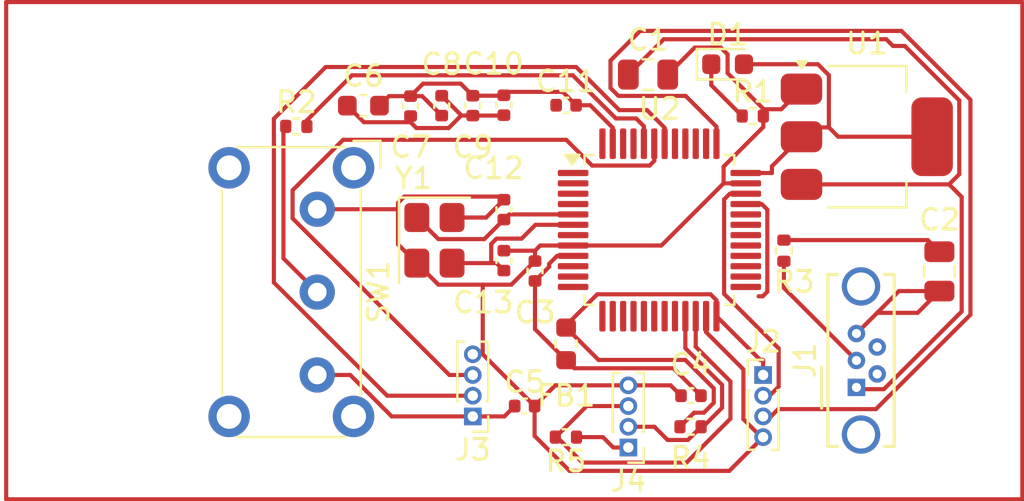
<source format=kicad_pcb>
(kicad_pcb (version 20241229) (generator "pcbnew") (generator_version "9.0")
  (layers (0 "F.Cu" signal) (2 "B.Cu" power) (13 "F.Paste" user) (15 "B.Paste" user) (5 "F.SilkS" user "F.Silkscreen") (7 "B.SilkS" user "B.Silkscreen") (1 "F.Mask" user) (3 "B.Mask" user) (25 "Edge.Cuts" user))
  (net 0 "")
  (net 1 "VBUS")
  (net 2 "GND")
  (net 3 "+3.3V")
  (net 4 "+3.3VA")
  (net 5 "/NRST")
  (net 6 "/HSE_in")
  (net 7 "/HSE_out")
  (net 8 "/pwr_led")
  (net 10 "/USB_D+")
  (net 13 "/USB_D-")
  (net 14 "/SWDIO")
  (net 15 "/SWCLK")
  (net 16 "/USART_RX")
  (net 17 "/USART_TX")
  (net 18 "/I2C_SCL")
  (net 19 "/I2C_SDA")
  (net 20 "/sw_BOOT0")
  (net 21 "/BOOT0")
  (footprint "Resistor_SMD:R_0402_1005Metric" (layer "F.Cu") (at 153.5 108)
    (property "Reference" "R4" (at 0 1.5 0) (layer "F.SilkS"))
    (property "Value" "1k5")
    (fp_line (start -0.153641 -0.38) (end 0.153641 -0.38) (stroke (width 0.12)) (layer "F.SilkS"))
    (fp_line (start -0.153641 0.38) (end 0.153641 0.38) (stroke (width 0.12)) (layer "F.SilkS"))
    (pad "1" smd roundrect (at -0.51 0) (size 0.54 0.64) (layers "F.Cu" "F.Mask" "F.Paste") (net 3 "+3.3V"))
    (pad "2" smd roundrect (at 0.51 0) (size 0.54 0.64) (layers "F.Cu" "F.Mask" "F.Paste") (net 18 "/I2C_SCL"))
  )
  (footprint "Resistor_SMD:R_0402_1005Metric" (layer "F.Cu") (at 147.49 108.5 180)
    (property "Reference" "R5" (at 0 -1.17 0) (layer "F.SilkS"))
    (property "Value" "1k5")
    (fp_line (start -0.153641 0.38) (end 0.153641 0.38) (stroke (width 0.12)) (layer "F.SilkS"))
    (fp_line (start -0.153641 -0.38) (end 0.153641 -0.38) (stroke (width 0.12)) (layer "F.SilkS"))
    (pad "1" smd roundrect (at -0.51 0 180) (size 0.54 0.64) (layers "F.Cu" "F.Mask" "F.Paste") (net 3 "+3.3V"))
    (pad "2" smd roundrect (at 0.51 0 180) (size 0.54 0.64) (layers "F.Cu" "F.Mask" "F.Paste") (net 19 "/I2C_SDA"))
  )
  (footprint "Package_TO_SOT_SMD:SOT-223-3_TabPin2" (layer "F.Cu") (at 162 94)
    (property "Reference" "U1" (at 0 -4.5 0) (layer "F.SilkS"))
    (property "Value" "AMS1117-3.3")
    (fp_line (start -1.85 -3.41) (end 1.91 -3.41) (stroke (width 0.12)) (layer "F.SilkS"))
    (fp_line (start -1.85 3.41) (end 1.91 3.41) (stroke (width 0.12)) (layer "F.SilkS"))
    (fp_line (start 1.91 -3.41) (end 1.91 -2.15) (stroke (width 0.12)) (layer "F.SilkS"))
    (fp_line (start 1.91 3.41) (end 1.91 2.15) (stroke (width 0.12)) (layer "F.SilkS"))
    (fp_poly (pts (xy -3.13 -3.31) (xy -3.37 -3.64) (xy -2.89 -3.64) (xy -3.13 -3.31)) (stroke (width 0.12)) (fill yes) (layer "F.SilkS"))
    (pad "1" smd roundrect (at -3.15 -2.3) (size 2 1.5) (layers "F.Cu" "F.Mask" "F.Paste") (net 2 "GND"))
    (pad "2" smd roundrect (at -3.15 0) (size 2 1.5) (layers "F.Cu" "F.Mask" "F.Paste") (net 3 "+3.3V"))
    (pad "2" smd roundrect (at 3.15 0) (size 2 3.8) (layers "F.Cu" "F.Mask" "F.Paste") (net 3 "+3.3V"))
    (pad "3" smd roundrect (at -3.15 2.3) (size 2 1.5) (layers "F.Cu" "F.Mask" "F.Paste") (net 1 "VBUS"))
  )
  (footprint "Connector_USB:USB_Micro-B_Wuerth_614105150721_Vertical_CircularHoles" (layer "F.Cu") (at 161.5 106.1 90)
    (property "Reference" "J1" (at 1.3 -2.48 90) (layer "F.SilkS"))
    (property "Value" "USB_OTG")
    (fp_line (start -1 -1.68) (end 1 -1.68) (stroke (width 0.15)) (layer "F.SilkS"))
    (fp_line (start 5.45 -1.38) (end 5.45 -0.905) (stroke (width 0.15)) (layer "F.SilkS"))
    (fp_line (start -2.85 -1.38) (end 5.45 -1.38) (stroke (width 0.15)) (layer "F.SilkS"))
    (fp_line (start -2.85 -0.905) (end -2.85 -1.38) (stroke (width 0.15)) (layer "F.SilkS"))
    (fp_line (start -2.85 1.345) (end -2.85 1.82) (stroke (width 0.15)) (layer "F.SilkS"))
    (fp_line (start 5.45 1.82) (end 5.45 1.345) (stroke (width 0.15)) (layer "F.SilkS"))
    (fp_line (start -2.85 1.82) (end 5.45 1.82) (stroke (width 0.15)) (layer "F.SilkS"))
    (pad "1" thru_hole rect (at 0 0 90) (size 0.84 0.84) (drill 0.44) (layers "*.Cu" "*.Mask") (net 1 "VBUS"))
    (pad "2" thru_hole circle (at 0.65 1 90) (size 0.84 0.84) (drill 0.44) (layers "*.Cu" "*.Mask") (net 13 "/USB_D-"))
    (pad "3" thru_hole circle (at 1.3 0 90) (size 0.84 0.84) (drill 0.44) (layers "*.Cu" "*.Mask") (net 10 "/USB_D+"))
    (pad "4" thru_hole circle (at 1.95 1 90) (size 0.84 0.84) (drill 0.44) (layers "*.Cu" "*.Mask"))
    (pad "5" thru_hole circle (at 2.6 0 90) (size 0.84 0.84) (drill 0.44) (layers "*.Cu" "*.Mask") (net 2 "GND"))
    (pad "6" thru_hole circle (at -2.275 0.22 90) (size 1.85 1.85) (drill 1.35) (layers "*.Cu" "*.Mask"))
    (pad "6" thru_hole circle (at 4.875 0.22 90) (size 1.85 1.85) (drill 1.35) (layers "*.Cu" "*.Mask"))
  )
  (footprint "Capacitor_SMD:C_0402_1005Metric" (layer "F.Cu") (at 144.5 97.52 90)
    (property "Reference" "C12" (at 2 -0.5 180) (layer "F.SilkS"))
    (property "Value" "10p")
    (fp_line (start -0.107836 -0.36) (end 0.107836 -0.36) (stroke (width 0.12)) (layer "F.SilkS"))
    (fp_line (start -0.107836 0.36) (end 0.107836 0.36) (stroke (width 0.12)) (layer "F.SilkS"))
    (pad "1" smd roundrect (at -0.48 0 90) (size 0.56 0.62) (layers "F.Cu" "F.Mask" "F.Paste") (net 6 "/HSE_in"))
    (pad "2" smd roundrect (at 0.48 0 90) (size 0.56 0.62) (layers "F.Cu" "F.Mask" "F.Paste") (net 2 "GND"))
  )
  (footprint "Capacitor_SMD:C_0402_1005Metric" (layer "F.Cu") (at 147.5 92.48)
    (property "Reference" "C11" (at 0 -1.16 0) (layer "F.SilkS"))
    (property "Value" "100n")
    (fp_line (start -0.107836 -0.36) (end 0.107836 -0.36) (stroke (width 0.12)) (layer "F.SilkS"))
    (fp_line (start -0.107836 0.36) (end 0.107836 0.36) (stroke (width 0.12)) (layer "F.SilkS"))
    (pad "1" smd roundrect (at -0.48 0) (size 0.56 0.62) (layers "F.Cu" "F.Mask" "F.Paste") (net 5 "/NRST"))
    (pad "2" smd roundrect (at 0.48 0) (size 0.56 0.62) (layers "F.Cu" "F.Mask" "F.Paste") (net 2 "GND"))
  )
  (footprint "Capacitor_SMD:C_0402_1005Metric" (layer "F.Cu") (at 140 92.52 90)
    (property "Reference" "C7" (at -1.98 0 180) (layer "F.SilkS"))
    (property "Value" "100n")
    (fp_line (start -0.107836 -0.36) (end 0.107836 -0.36) (stroke (width 0.12)) (layer "F.SilkS"))
    (fp_line (start -0.107836 0.36) (end 0.107836 0.36) (stroke (width 0.12)) (layer "F.SilkS"))
    (pad "1" smd roundrect (at -0.48 0 90) (size 0.56 0.62) (layers "F.Cu" "F.Mask" "F.Paste") (net 3 "+3.3V"))
    (pad "2" smd roundrect (at 0.48 0 90) (size 0.56 0.62) (layers "F.Cu" "F.Mask" "F.Paste") (net 2 "GND"))
  )
  (footprint "Capacitor_SMD:C_0805_2012Metric" (layer "F.Cu") (at 165.5 100.5 -90)
    (property "Reference" "C2" (at -2.5 0 0) (layer "F.SilkS"))
    (property "Value" "22u")
    (fp_line (start -0.261252 0.735) (end 0.261252 0.735) (stroke (width 0.12)) (layer "F.SilkS"))
    (fp_line (start -0.261252 -0.735) (end 0.261252 -0.735) (stroke (width 0.12)) (layer "F.SilkS"))
    (pad "1" smd roundrect (at -0.95 0 270) (size 1 1.45) (layers "F.Cu" "F.Mask" "F.Paste") (net 3 "+3.3V"))
    (pad "2" smd roundrect (at 0.95 0 270) (size 1 1.45) (layers "F.Cu" "F.Mask" "F.Paste") (net 2 "GND"))
  )
  (footprint "Package_QFP:LQFP-48_7x7mm_P0.5mm" (layer "F.Cu") (at 152 98.5)
    (property "Reference" "U2" (at 0 -5.85 0) (layer "F.SilkS"))
    (property "Value" "STM32F103C8T6")
    (fp_line (start -3.61 -3.61) (end -3.61 -3.16) (stroke (width 0.12)) (layer "F.SilkS"))
    (fp_line (start -3.61 3.61) (end -3.61 3.16) (stroke (width 0.12)) (layer "F.SilkS"))
    (fp_line (start -3.16 -3.61) (end -3.61 -3.61) (stroke (width 0.12)) (layer "F.SilkS"))
    (fp_line (start -3.16 3.61) (end -3.61 3.61) (stroke (width 0.12)) (layer "F.SilkS"))
    (fp_line (start 3.16 -3.61) (end 3.61 -3.61) (stroke (width 0.12)) (layer "F.SilkS"))
    (fp_line (start 3.16 3.61) (end 3.61 3.61) (stroke (width 0.12)) (layer "F.SilkS"))
    (fp_line (start 3.61 -3.61) (end 3.61 -3.16) (stroke (width 0.12)) (layer "F.SilkS"))
    (fp_line (start 3.61 3.61) (end 3.61 3.16) (stroke (width 0.12)) (layer "F.SilkS"))
    (fp_poly (pts (xy -4.2 -3.16) (xy -4.54 -3.63) (xy -3.86 -3.63)) (stroke (width 0.12)) (fill yes) (layer "F.SilkS"))
    (pad "1" smd roundrect (at -4.1625 -2.75) (size 1.475 0.3) (layers "F.Cu" "F.Mask" "F.Paste") (net 3 "+3.3V"))
    (pad "2" smd roundrect (at -4.1625 -2.25) (size 1.475 0.3) (layers "F.Cu" "F.Mask" "F.Paste"))
    (pad "3" smd roundrect (at -4.1625 -1.75) (size 1.475 0.3) (layers "F.Cu" "F.Mask" "F.Paste"))
    (pad "4" smd roundrect (at -4.1625 -1.25) (size 1.475 0.3) (layers "F.Cu" "F.Mask" "F.Paste"))
    (pad "5" smd roundrect (at -4.1625 -0.75) (size 1.475 0.3) (layers "F.Cu" "F.Mask" "F.Paste") (net 6 "/HSE_in"))
    (pad "6" smd roundrect (at -4.1625 -0.25) (size 1.475 0.3) (layers "F.Cu" "F.Mask" "F.Paste") (net 7 "/HSE_out"))
    (pad "7" smd roundrect (at -4.1625 0.25) (size 1.475 0.3) (layers "F.Cu" "F.Mask" "F.Paste") (net 5 "/NRST"))
    (pad "8" smd roundrect (at -4.1625 0.75) (size 1.475 0.3) (layers "F.Cu" "F.Mask" "F.Paste") (net 2 "GND"))
    (pad "9" smd roundrect (at -4.1625 1.25) (size 1.475 0.3) (layers "F.Cu" "F.Mask" "F.Paste") (net 4 "+3.3VA"))
    (pad "10" smd roundrect (at -4.1625 1.75) (size 1.475 0.3) (layers "F.Cu" "F.Mask" "F.Paste"))
    (pad "11" smd roundrect (at -4.1625 2.25) (size 1.475 0.3) (layers "F.Cu" "F.Mask" "F.Paste"))
    (pad "12" smd roundrect (at -4.1625 2.75) (size 1.475 0.3) (layers "F.Cu" "F.Mask" "F.Paste"))
    (pad "13" smd roundrect (at -2.75 4.1625) (size 0.3 1.475) (layers "F.Cu" "F.Mask" "F.Paste"))
    (pad "14" smd roundrect (at -2.25 4.1625) (size 0.3 1.475) (layers "F.Cu" "F.Mask" "F.Paste"))
    (pad "15" smd roundrect (at -1.75 4.1625) (size 0.3 1.475) (layers "F.Cu" "F.Mask" "F.Paste"))
    (pad "16" smd roundrect (at -1.25 4.1625) (size 0.3 1.475) (layers "F.Cu" "F.Mask" "F.Paste"))
    (pad "17" smd roundrect (at -0.75 4.1625) (size 0.3 1.475) (layers "F.Cu" "F.Mask" "F.Paste"))
    (pad "18" smd roundrect (at -0.25 4.1625) (size 0.3 1.475) (layers "F.Cu" "F.Mask" "F.Paste"))
    (pad "19" smd roundrect (at 0.25 4.1625) (size 0.3 1.475) (layers "F.Cu" "F.Mask" "F.Paste"))
    (pad "20" smd roundrect (at 0.75 4.1625) (size 0.3 1.475) (layers "F.Cu" "F.Mask" "F.Paste"))
    (pad "21" smd roundrect (at 1.25 4.1625) (size 0.3 1.475) (layers "F.Cu" "F.Mask" "F.Paste") (net 18 "/I2C_SCL"))
    (pad "22" smd roundrect (at 1.75 4.1625) (size 0.3 1.475) (layers "F.Cu" "F.Mask" "F.Paste") (net 19 "/I2C_SDA"))
    (pad "23" smd roundrect (at 2.25 4.1625) (size 0.3 1.475) (layers "F.Cu" "F.Mask" "F.Paste") (net 2 "GND"))
    (pad "24" smd roundrect (at 2.75 4.1625) (size 0.3 1.475) (layers "F.Cu" "F.Mask" "F.Paste") (net 3 "+3.3V"))
    (pad "25" smd roundrect (at 4.1625 2.75) (size 1.475 0.3) (layers "F.Cu" "F.Mask" "F.Paste"))
    (pad "26" smd roundrect (at 4.1625 2.25) (size 1.475 0.3) (layers "F.Cu" "F.Mask" "F.Paste"))
    (pad "27" smd roundrect (at 4.1625 1.75) (size 1.475 0.3) (layers "F.Cu" "F.Mask" "F.Paste"))
    (pad "28" smd roundrect (at 4.1625 1.25) (size 1.475 0.3) (layers "F.Cu" "F.Mask" "F.Paste"))
    (pad "29" smd roundrect (at 4.1625 0.75) (size 1.475 0.3) (layers "F.Cu" "F.Mask" "F.Paste"))
    (pad "30" smd roundrect (at 4.1625 0.25) (size 1.475 0.3) (layers "F.Cu" "F.Mask" "F.Paste"))
    (pad "31" smd roundrect (at 4.1625 -0.25) (size 1.475 0.3) (layers "F.Cu" "F.Mask" "F.Paste"))
    (pad "32" smd roundrect (at 4.1625 -0.75) (size 1.475 0.3) (layers "F.Cu" "F.Mask" "F.Paste") (net 13 "/USB_D-"))
    (pad "33" smd roundrect (at 4.1625 -1.25) (size 1.475 0.3) (layers "F.Cu" "F.Mask" "F.Paste") (net 10 "/USB_D+"))
    (pad "34" smd roundrect (at 4.1625 -1.75) (size 1.475 0.3) (layers "F.Cu" "F.Mask" "F.Paste") (net 14 "/SWDIO"))
    (pad "35" smd roundrect (at 4.1625 -2.25) (size 1.475 0.3) (layers "F.Cu" "F.Mask" "F.Paste") (net 2 "GND"))
    (pad "36" smd roundrect (at 4.1625 -2.75) (size 1.475 0.3) (layers "F.Cu" "F.Mask" "F.Paste") (net 3 "+3.3V"))
    (pad "37" smd roundrect (at 2.75 -4.1625) (size 0.3 1.475) (layers "F.Cu" "F.Mask" "F.Paste") (net 15 "/SWCLK"))
    (pad "38" smd roundrect (at 2.25 -4.1625) (size 0.3 1.475) (layers "F.Cu" "F.Mask" "F.Paste"))
    (pad "39" smd roundrect (at 1.75 -4.1625) (size 0.3 1.475) (layers "F.Cu" "F.Mask" "F.Paste"))
    (pad "40" smd roundrect (at 1.25 -4.1625) (size 0.3 1.475) (layers "F.Cu" "F.Mask" "F.Paste"))
    (pad "41" smd roundrect (at 0.75 -4.1625) (size 0.3 1.475) (layers "F.Cu" "F.Mask" "F.Paste"))
    (pad "42" smd roundrect (at 0.25 -4.1625) (size 0.3 1.475) (layers "F.Cu" "F.Mask" "F.Paste") (net 17 "/USART_TX"))
    (pad "43" smd roundrect (at -0.25 -4.1625) (size 0.3 1.475) (layers "F.Cu" "F.Mask" "F.Paste") (net 16 "/USART_RX"))
    (pad "44" smd roundrect (at -0.75 -4.1625) (size 0.3 1.475) (layers "F.Cu" "F.Mask" "F.Paste") (net 21 "/BOOT0"))
    (pad "45" smd roundrect (at -1.25 -4.1625) (size 0.3 1.475) (layers "F.Cu" "F.Mask" "F.Paste"))
    (pad "46" smd roundrect (at -1.75 -4.1625) (size 0.3 1.475) (layers "F.Cu" "F.Mask" "F.Paste"))
    (pad "47" smd roundrect (at -2.25 -4.1625) (size 0.3 1.475) (layers "F.Cu" "F.Mask" "F.Paste") (net 2 "GND"))
    (pad "48" smd roundrect (at -2.75 -4.1625) (size 0.3 1.475) (layers "F.Cu" "F.Mask" "F.Paste") (net 3 "+3.3V"))
  )
  (footprint "Resistor_SMD:R_0402_1005Metric" (layer "F.Cu") (at 158 99.5 -90)
    (property "Reference" "R3" (at 1.5 -0.5 180) (layer "F.SilkS"))
    (property "Value" "1k5")
    (fp_line (start -0.153641 0.38) (end 0.153641 0.38) (stroke (width 0.12)) (layer "F.SilkS"))
    (fp_line (start -0.153641 -0.38) (end 0.153641 -0.38) (stroke (width 0.12)) (layer "F.SilkS"))
    (pad "1" smd roundrect (at -0.51 0 270) (size 0.54 0.64) (layers "F.Cu" "F.Mask" "F.Paste") (net 3 "+3.3V"))
    (pad "2" smd roundrect (at 0.51 0 270) (size 0.54 0.64) (layers "F.Cu" "F.Mask" "F.Paste") (net 10 "/USB_D+"))
  )
  (footprint "Capacitor_SMD:C_0402_1005Metric" (layer "F.Cu") (at 146 100.48 90)
    (property "Reference" "C3" (at -2 0 180) (layer "F.SilkS"))
    (property "Value" "1u")
    (fp_line (start -0.107836 -0.36) (end 0.107836 -0.36) (stroke (width 0.12)) (layer "F.SilkS"))
    (fp_line (start -0.107836 0.36) (end 0.107836 0.36) (stroke (width 0.12)) (layer "F.SilkS"))
    (pad "1" smd roundrect (at -0.48 0 90) (size 0.56 0.62) (layers "F.Cu" "F.Mask" "F.Paste") (net 4 "+3.3VA"))
    (pad "2" smd roundrect (at 0.48 0 90) (size 0.56 0.62) (layers "F.Cu" "F.Mask" "F.Paste") (net 2 "GND"))
  )
  (footprint "Connector_PinHeader_1.00mm:PinHeader_1x04_P1.00mm_Vertical" (layer "F.Cu") (at 157 105.5)
    (property "Reference" "J2" (at 0 -1.61 0) (layer "F.SilkS"))
    (property "Value" "Conn_01x04_Pin")
    (fp_line (start -0.745 -0.735) (end 0 -0.735) (stroke (width 0.12)) (layer "F.SilkS"))
    (fp_line (start -0.745 0) (end -0.745 -0.735) (stroke (width 0.12)) (layer "F.SilkS"))
    (fp_line (start -0.745 0.735) (end -0.745 3.61) (stroke (width 0.12)) (layer "F.SilkS"))
    (fp_line (start -0.745 0.735) (end -0.685565 0.735) (stroke (width 0.12)) (layer "F.SilkS"))
    (fp_line (start -0.745 3.61) (end -0.41003 3.61) (stroke (width 0.12)) (layer "F.SilkS"))
    (fp_line (start 0.41003 3.61) (end 0.745 3.61) (stroke (width 0.12)) (layer "F.SilkS"))
    (fp_line (start 0.685565 0.735) (end 0.745 0.735) (stroke (width 0.12)) (layer "F.SilkS"))
    (fp_line (start 0.745 0.735) (end 0.745 3.61) (stroke (width 0.12)) (layer "F.SilkS"))
    (pad "1" thru_hole rect (at 0 0) (size 0.85 0.85) (drill 0.5) (layers "*.Cu" "*.Mask") (net 3 "+3.3V"))
    (pad "2" thru_hole circle (at 0 1) (size 0.85 0.85) (drill 0.5) (layers "*.Cu" "*.Mask") (net 14 "/SWDIO"))
    (pad "3" thru_hole circle (at 0 2) (size 0.85 0.85) (drill 0.5) (layers "*.Cu" "*.Mask") (net 15 "/SWCLK"))
    (pad "4" thru_hole circle (at 0 3) (size 0.85 0.85) (drill 0.5) (layers "*.Cu" "*.Mask") (net 2 "GND"))
  )
  (footprint "Inductor_SMD:L_0603_1608Metric" (layer "F.Cu") (at 147.5 104 90)
    (property "Reference" "FB1" (at -2.5 0 180) (layer "F.SilkS"))
    (property "Value" "120R")
    (fp_line (start -0.162779 -0.51) (end 0.162779 -0.51) (stroke (width 0.12)) (layer "F.SilkS"))
    (fp_line (start -0.162779 0.51) (end 0.162779 0.51) (stroke (width 0.12)) (layer "F.SilkS"))
    (pad "1" smd roundrect (at -0.7875 0 90) (size 0.875 0.95) (layers "F.Cu" "F.Mask" "F.Paste") (net 4 "+3.3VA"))
    (pad "2" smd roundrect (at 0.7875 0 90) (size 0.875 0.95) (layers "F.Cu" "F.Mask" "F.Paste") (net 3 "+3.3V"))
  )
  (footprint "Capacitor_SMD:C_0805_2012Metric" (layer "F.Cu") (at 151.45 91)
    (property "Reference" "C1" (at 0 -1.68 0) (layer "F.SilkS"))
    (property "Value" "22u")
    (fp_line (start -0.261252 -0.735) (end 0.261252 -0.735) (stroke (width 0.12)) (layer "F.SilkS"))
    (fp_line (start -0.261252 0.735) (end 0.261252 0.735) (stroke (width 0.12)) (layer "F.SilkS"))
    (pad "1" smd roundrect (at -0.95 0) (size 1 1.45) (layers "F.Cu" "F.Mask" "F.Paste") (net 1 "VBUS"))
    (pad "2" smd roundrect (at 0.95 0) (size 1 1.45) (layers "F.Cu" "F.Mask" "F.Paste") (net 2 "GND"))
  )
  (footprint "Capacitor_SMD:C_0402_1005Metric" (layer "F.Cu") (at 144.5 99.98 90)
    (property "Reference" "C13" (at -2.02 -1 180) (layer "F.SilkS"))
    (property "Value" "10p")
    (fp_line (start -0.107836 -0.36) (end 0.107836 -0.36) (stroke (width 0.12)) (layer "F.SilkS"))
    (fp_line (start -0.107836 0.36) (end 0.107836 0.36) (stroke (width 0.12)) (layer "F.SilkS"))
    (pad "1" smd roundrect (at -0.48 0 90) (size 0.56 0.62) (layers "F.Cu" "F.Mask" "F.Paste") (net 7 "/HSE_out"))
    (pad "2" smd roundrect (at 0.48 0 90) (size 0.56 0.62) (layers "F.Cu" "F.Mask" "F.Paste") (net 2 "GND"))
  )
  (footprint "Capacitor_SMD:C_0603_1608Metric" (layer "F.Cu") (at 137.725 92.5)
    (property "Reference" "C6" (at 0 -1.43 0) (layer "F.SilkS"))
    (property "Value" "10u")
    (fp_line (start -0.14058 -0.51) (end 0.14058 -0.51) (stroke (width 0.12)) (layer "F.SilkS"))
    (fp_line (start -0.14058 0.51) (end 0.14058 0.51) (stroke (width 0.12)) (layer "F.SilkS"))
    (pad "1" smd roundrect (at -0.775 0) (size 0.9 0.95) (layers "F.Cu" "F.Mask" "F.Paste") (net 3 "+3.3V"))
    (pad "2" smd roundrect (at 0.775 0) (size 0.9 0.95) (layers "F.Cu" "F.Mask" "F.Paste") (net 2 "GND"))
  )
  (footprint "LED_SMD:LED_0603_1608Metric" (layer "F.Cu") (at 155.2875 90.5)
    (property "Reference" "D1" (at 0 -1.43 0) (layer "F.SilkS"))
    (property "Value" "RED")
    (fp_line (start -1.485 -0.735) (end -1.485 0.735) (stroke (width 0.12)) (layer "F.SilkS"))
    (fp_line (start -1.485 0.735) (end 0.8 0.735) (stroke (width 0.12)) (layer "F.SilkS"))
    (fp_line (start 0.8 -0.735) (end -1.485 -0.735) (stroke (width 0.12)) (layer "F.SilkS"))
    (pad "1" smd roundrect (at -0.7875 0) (size 0.875 0.95) (layers "F.Cu" "F.Mask" "F.Paste") (net 8 "/pwr_led"))
    (pad "2" smd roundrect (at 0.7875 0) (size 0.875 0.95) (layers "F.Cu" "F.Mask" "F.Paste") (net 3 "+3.3V"))
  )
  (footprint "Resistor_SMD:R_0402_1005Metric" (layer "F.Cu") (at 156.5 93)
    (property "Reference" "R1" (at 0 -1.17 0) (layer "F.SilkS"))
    (property "Value" "1k5")
    (fp_line (start -0.153641 -0.38) (end 0.153641 -0.38) (stroke (width 0.12)) (layer "F.SilkS"))
    (fp_line (start -0.153641 0.38) (end 0.153641 0.38) (stroke (width 0.12)) (layer "F.SilkS"))
    (pad "1" smd roundrect (at -0.51 0) (size 0.54 0.64) (layers "F.Cu" "F.Mask" "F.Paste") (net 8 "/pwr_led"))
    (pad "2" smd roundrect (at 0.51 0) (size 0.54 0.64) (layers "F.Cu" "F.Mask" "F.Paste") (net 2 "GND"))
  )
  (footprint "Resistor_SMD:R_0402_1005Metric" (layer "F.Cu") (at 134.49 93.5)
    (property "Reference" "R2" (at 0 -1.17 0) (layer "F.SilkS"))
    (property "Value" "10k")
    (fp_line (start -0.153641 -0.38) (end 0.153641 -0.38) (stroke (width 0.12)) (layer "F.SilkS"))
    (fp_line (start -0.153641 0.38) (end 0.153641 0.38) (stroke (width 0.12)) (layer "F.SilkS"))
    (pad "1" smd roundrect (at -0.51 0) (size 0.54 0.64) (layers "F.Cu" "F.Mask" "F.Paste") (net 20 "/sw_BOOT0"))
    (pad "2" smd roundrect (at 0.51 0) (size 0.54 0.64) (layers "F.Cu" "F.Mask" "F.Paste") (net 21 "/BOOT0"))
  )
  (footprint "Capacitor_SMD:C_0402_1005Metric" (layer "F.Cu") (at 141.5 92.5 -90)
    (property "Reference" "C8" (at -2 0 0) (layer "F.SilkS"))
    (property "Value" "100n")
    (fp_line (start -0.107836 0.36) (end 0.107836 0.36) (stroke (width 0.12)) (layer "F.SilkS"))
    (fp_line (start -0.107836 -0.36) (end 0.107836 -0.36) (stroke (width 0.12)) (layer "F.SilkS"))
    (pad "1" smd roundrect (at -0.48 0 270) (size 0.56 0.62) (layers "F.Cu" "F.Mask" "F.Paste") (net 3 "+3.3V"))
    (pad "2" smd roundrect (at 0.48 0 270) (size 0.56 0.62) (layers "F.Cu" "F.Mask" "F.Paste") (net 2 "GND"))
  )
  (footprint "Crystal:Crystal_SMD_3225-4Pin_3.2x2.5mm" (layer "F.Cu") (at 141.15 99 -90)
    (property "Reference" "Y1" (at -3 1 180) (layer "F.SilkS"))
    (property "Value" "16Mhz")
    (fp_line (start -2.06 1.71) (end 2.06 1.71) (stroke (width 0.12)) (layer "F.SilkS"))
    (fp_line (start -2.06 -1.71) (end -2.06 1.71) (stroke (width 0.12)) (layer "F.SilkS"))
    (pad "1" smd roundrect (at -1.1 0.85 270) (size 1.4 1.2) (layers "F.Cu" "F.Mask" "F.Paste") (roundrect_rratio 0.208333) (net 6 "/HSE_in"))
    (pad "2" smd roundrect (at 1.1 0.85 270) (size 1.4 1.2) (layers "F.Cu" "F.Mask" "F.Paste") (roundrect_rratio 0.208333) (net 2 "GND"))
    (pad "3" smd roundrect (at 1.1 -0.85 270) (size 1.4 1.2) (layers "F.Cu" "F.Mask" "F.Paste") (roundrect_rratio 0.208333) (net 7 "/HSE_out"))
    (pad "4" smd roundrect (at -1.1 -0.85 270) (size 1.4 1.2) (layers "F.Cu" "F.Mask" "F.Paste") (roundrect_rratio 0.208333) (net 2 "GND"))
  )
  (footprint "Capacitor_SMD:C_0402_1005Metric" (layer "F.Cu") (at 145.5 107)
    (property "Reference" "C5" (at 0 -1.16 0) (layer "F.SilkS"))
    (property "Value" "1u")
    (fp_line (start -0.107836 -0.36) (end 0.107836 -0.36) (stroke (width 0.12)) (layer "F.SilkS"))
    (fp_line (start -0.107836 0.36) (end 0.107836 0.36) (stroke (width 0.12)) (layer "F.SilkS"))
    (pad "1" smd roundrect (at -0.48 0) (size 0.56 0.62) (layers "F.Cu" "F.Mask" "F.Paste") (net 3 "+3.3V"))
    (pad "2" smd roundrect (at 0.48 0) (size 0.56 0.62) (layers "F.Cu" "F.Mask" "F.Paste") (net 2 "GND"))
  )
  (footprint "Capacitor_SMD:C_0402_1005Metric" (layer "F.Cu") (at 143 92.5 90)
    (property "Reference" "C9" (at -2 0 180) (layer "F.SilkS"))
    (property "Value" "100n")
    (fp_line (start -0.107836 -0.36) (end 0.107836 -0.36) (stroke (width 0.12)) (layer "F.SilkS"))
    (fp_line (start -0.107836 0.36) (end 0.107836 0.36) (stroke (width 0.12)) (layer "F.SilkS"))
    (pad "1" smd roundrect (at -0.48 0 90) (size 0.56 0.62) (layers "F.Cu" "F.Mask" "F.Paste") (net 3 "+3.3V"))
    (pad "2" smd roundrect (at 0.48 0 90) (size 0.56 0.62) (layers "F.Cu" "F.Mask" "F.Paste") (net 2 "GND"))
  )
  (footprint "Connector_PinHeader_1.00mm:PinHeader_1x04_P1.00mm_Vertical" (layer "F.Cu") (at 143 107.5 180)
    (property "Reference" "J3" (at 0 -1.61 0) (layer "F.SilkS"))
    (property "Value" "Conn_01x04_Pin")
    (fp_line (start 0.745 0.735) (end 0.745 3.61) (stroke (width 0.12)) (layer "F.SilkS"))
    (fp_line (start 0.685565 0.735) (end 0.745 0.735) (stroke (width 0.12)) (layer "F.SilkS"))
    (fp_line (start 0.41003 3.61) (end 0.745 3.61) (stroke (width 0.12)) (layer "F.SilkS"))
    (fp_line (start -0.745 3.61) (end -0.41003 3.61) (stroke (width 0.12)) (layer "F.SilkS"))
    (fp_line (start -0.745 0.735) (end -0.685565 0.735) (stroke (width 0.12)) (layer "F.SilkS"))
    (fp_line (start -0.745 0.735) (end -0.745 3.61) (stroke (width 0.12)) (layer "F.SilkS"))
    (fp_line (start -0.745 0) (end -0.745 -0.735) (stroke (width 0.12)) (layer "F.SilkS"))
    (fp_line (start -0.745 -0.735) (end 0 -0.735) (stroke (width 0.12)) (layer "F.SilkS"))
    (pad "1" thru_hole rect (at 0 0 180) (size 0.85 0.85) (drill 0.5) (layers "*.Cu" "*.Mask") (net 3 "+3.3V"))
    (pad "2" thru_hole circle (at 0 1 180) (size 0.85 0.85) (drill 0.5) (layers "*.Cu" "*.Mask") (net 17 "/USART_TX"))
    (pad "3" thru_hole circle (at 0 2 180) (size 0.85 0.85) (drill 0.5) (layers "*.Cu" "*.Mask") (net 16 "/USART_RX"))
    (pad "4" thru_hole circle (at 0 3 180) (size 0.85 0.85) (drill 0.5) (layers "*.Cu" "*.Mask") (net 2 "GND"))
  )
  (footprint "Capacitor_SMD:C_0402_1005Metric" (layer "F.Cu") (at 153.52 106.5 180)
    (property "Reference" "C4" (at 0.02 1.5 0) (layer "F.SilkS"))
    (property "Value" "10n")
    (fp_line (start -0.107836 0.36) (end 0.107836 0.36) (stroke (width 0.12)) (layer "F.SilkS"))
    (fp_line (start -0.107836 -0.36) (end 0.107836 -0.36) (stroke (width 0.12)) (layer "F.SilkS"))
    (pad "1" smd roundrect (at -0.48 0 180) (size 0.56 0.62) (layers "F.Cu" "F.Mask" "F.Paste") (net 4 "+3.3VA"))
    (pad "2" smd roundrect (at 0.48 0 180) (size 0.56 0.62) (layers "F.Cu" "F.Mask" "F.Paste") (net 2 "GND"))
  )
  (footprint "Capacitor_SMD:C_0402_1005Metric" (layer "F.Cu") (at 144.5 92.48 90)
    (property "Reference" "C10" (at 2 -0.5 180) (layer "F.SilkS"))
    (property "Value" "100n")
    (fp_line (start -0.107836 -0.36) (end 0.107836 -0.36) (stroke (width 0.12)) (layer "F.SilkS"))
    (fp_line (start -0.107836 0.36) (end 0.107836 0.36) (stroke (width 0.12)) (layer "F.SilkS"))
    (pad "1" smd roundrect (at -0.48 0 90) (size 0.56 0.62) (layers "F.Cu" "F.Mask" "F.Paste") (net 3 "+3.3V"))
    (pad "2" smd roundrect (at 0.48 0 90) (size 0.56 0.62) (layers "F.Cu" "F.Mask" "F.Paste") (net 2 "GND"))
  )
  (footprint "Connector_PinHeader_1.00mm:PinHeader_1x04_P1.00mm_Vertical" (layer "F.Cu") (at 150.5 109 180)
    (property "Reference" "J4" (at 0 -1.61 0) (layer "F.SilkS"))
    (property "Value" "Conn_01x04_Pin")
    (fp_line (start 0.745 0.735) (end 0.745 3.61) (stroke (width 0.12)) (layer "F.SilkS"))
    (fp_line (start 0.685565 0.735) (end 0.745 0.735) (stroke (width 0.12)) (layer "F.SilkS"))
    (fp_line (start 0.41003 3.61) (end 0.745 3.61) (stroke (width 0.12)) (layer "F.SilkS"))
    (fp_line (start -0.745 3.61) (end -0.41003 3.61) (stroke (width 0.12)) (layer "F.SilkS"))
    (fp_line (start -0.745 0.735) (end -0.685565 0.735) (stroke (width 0.12)) (layer "F.SilkS"))
    (fp_line (start -0.745 0.735) (end -0.745 3.61) (stroke (width 0.12)) (layer "F.SilkS"))
    (fp_line (start -0.745 0) (end -0.745 -0.735) (stroke (width 0.12)) (layer "F.SilkS"))
    (fp_line (start -0.745 -0.735) (end 0 -0.735) (stroke (width 0.12)) (layer "F.SilkS"))
    (pad "1" thru_hole rect (at 0 0 180) (size 0.85 0.85) (drill 0.5) (layers "*.Cu" "*.Mask") (net 3 "+3.3V"))
    (pad "2" thru_hole circle (at 0 1 180) (size 0.85 0.85) (drill 0.5) (layers "*.Cu" "*.Mask") (net 18 "/I2C_SCL"))
    (pad "3" thru_hole circle (at 0 2 180) (size 0.85 0.85) (drill 0.5) (layers "*.Cu" "*.Mask") (net 19 "/I2C_SDA"))
    (pad "4" thru_hole circle (at 0 3 180) (size 0.85 0.85) (drill 0.5) (layers "*.Cu" "*.Mask") (net 2 "GND"))
  )
  (footprint "Button_Switch_THT:SW_E-Switch_EG1224_SPDT_Angled" (layer "F.Cu") (at 135.5 97.5 -90)
    (property "Reference" "SW1" (at 4 -2.95 90) (layer "F.SilkS"))
    (property "Value" "SW_SPDT")
    (fp_line (start 8.95 4.6) (end -0.95 4.6) (stroke (width 0.12)) (layer "F.SilkS"))
    (fp_line (start -3 3.85) (end -3 -1.35) (stroke (width 0.12)) (layer "F.SilkS"))
    (fp_line (start 11 -1.35) (end 11 3.85) (stroke (width 0.12)) (layer "F.SilkS"))
    (fp_line (start -3.3 -1.75) (end -3.3 -3.05) (stroke (width 0.12)) (layer "F.SilkS"))
    (fp_line (start -0.95 -2.1) (end 8.95 -2.1) (stroke (width 0.12)) (layer "F.SilkS"))
    (fp_line (start -3.3 -3.05) (end -2 -3.05) (stroke (width 0.12)) (layer "F.SilkS"))
    (pad "" thru_hole circle (at -2 -1.75 270) (size 2 2) (drill 1.2) (layers "*.Cu" "*.Mask"))
    (pad "" thru_hole circle (at -2 4.25 270) (size 2 2) (drill 1.2) (layers "*.Cu" "*.Mask"))
    (pad "" thru_hole circle (at 10 -1.75 270) (size 2 2) (drill 1.2) (layers "*.Cu" "*.Mask"))
    (pad "" thru_hole circle (at 10 4.25 270) (size 2 2) (drill 1.2) (layers "*.Cu" "*.Mask"))
    (pad "1" thru_hole circle (at 0 0 270) (size 1.7 1.7) (drill 0.9) (layers "*.Cu" "*.Mask") (net 2 "GND"))
    (pad "2" thru_hole circle (at 4 0 270) (size 1.7 1.7) (drill 0.9) (layers "*.Cu" "*.Mask") (net 20 "/sw_BOOT0"))
    (pad "3" thru_hole circle (at 8 0 270) (size 1.7 1.7) (drill 0.9) (layers "*.Cu" "*.Mask") (net 3 "+3.3V"))
  )
  (gr_line (start 169.5 111.5) (end 169.5 87.5) (stroke (width 0.2)) (layer "F.Cu"))
  (gr_line (start 120.5 87.5) (end 120.5 111.5) (stroke (width 0.2)) (layer "F.Cu"))
  (gr_line (start 120.5 111.5) (end 169.5 111.5) (stroke (width 0.2)) (layer "F.Cu"))
  (gr_line (start 120.5 87.5) (end 169.5 87.5) (stroke (width 0.2)) (layer "F.Cu"))
  (segment (start 165.9668 96.3) (end 158.85 96.3) (width 0.2) (layer "F.Cu") (net 1))
  (segment (start 161.5859 106.1859) (end 162.8247 106.1859) (width 0.2) (layer "F.Cu") (net 1))
  (segment (start 162.9386 89.2943) (end 163.2634 89.6191) (width 0.2) (layer "F.Cu") (net 1))
  (segment (start 166.5746 96.9078) (end 165.9668 96.3) (width 0.2) (layer "F.Cu") (net 1))
  (segment (start 161.5 106.1) (end 161.5859 106.1859) (width 0.2) (layer "F.Cu") (net 1))
  (segment (start 163.2634 89.6191) (end 163.8292 89.6191) (width 0.2) (layer "F.Cu") (net 1))
  (segment (start 166.5746 102.436) (end 166.5746 96.9078) (width 0.2) (layer "F.Cu") (net 1))
  (segment (start 166.4581 95.8087) (end 165.9668 96.3) (width 0.2) (layer "F.Cu") (net 1))
  (segment (start 163.8292 89.6191) (end 166.4581 92.248) (width 0.2) (layer "F.Cu") (net 1))
  (segment (start 162.8247 106.1859) (end 166.5746 102.436) (width 0.2) (layer "F.Cu") (net 1))
  (segment (start 152.2057 89.2943) (end 162.9386 89.2943) (width 0.2) (layer "F.Cu") (net 1))
  (segment (start 150.5 91) (end 152.2057 89.2943) (width 0.2) (layer "F.Cu") (net 1))
  (segment (start 166.4581 92.248) (end 166.4581 95.8087) (width 0.2) (layer "F.Cu") (net 1))
  (segment (start 157.0295 92.6729) (end 157.0295 92.9805) (width 0.2) (layer "F.Cu") (net 2))
  (segment (start 143 92.02) (end 144.48 92.02) (width 0.2) (layer "F.Cu") (net 2))
  (segment (start 141.3403 101.1403) (end 143.48 101.1403) (width 0.2) (layer "F.Cu") (net 2))
  (segment (start 139.3937 99.1937) (end 139.3937 97.5) (width 0.2) (layer "F.Cu") (net 2))
  (segment (start 164 101.45) (end 165.5 101.45) (width 0.2) (layer "F.Cu") (net 2))
  (segment (start 146 99.5) (end 146.25 99.25) (width 0.2) (layer "F.Cu") (net 2))
  (segment (start 146 99.5) (end 146 100) (width 0.2) (layer "F.Cu") (net 2))
  (segment (start 144.5 97.04) (end 143.64 97.9) (width 0.2) (layer "F.Cu") (net 2))
  (segment (start 147.6679 110.129) (end 145.98 108.4411) (width 0.2) (layer "F.Cu") (net 2))
  (segment (start 150.5 106) (end 146.98 106) (width 0.2) (layer "F.Cu") (net 2))
  (segment (start 140.56 92.04) (end 140 92.04) (width 0.2) (layer "F.Cu") (net 2))
  (segment (start 155.0938 96.25) (end 156.1625 96.25) (width 0.2) (layer "F.Cu") (net 2))
  (segment (start 156.9156 108.5) (end 157 108.5) (width 0.2) (layer "F.Cu") (net 2))
  (segment (start 153.704 89.696) (end 154.9598 89.696) (width 0.2) (layer "F.Cu") (net 2))
  (segment (start 152.0938 99.25) (end 147.8375 99.25) (width 0.2) (layer "F.Cu") (net 2))
  (segment (start 164.45 102.5) (end 165.5 101.45) (width 0.2) (layer "F.Cu") (net 2))
  (segment (start 140.3 100.1) (end 141.3403 101.1403) (width 0.2) (layer "F.Cu") (net 2))
  (segment (start 155.0938 96.25) (end 152.0938 99.25) (width 0.2) (layer "F.Cu") (net 2))
  (segment (start 152.54 106) (end 153.04 106.5) (width 0.2) (layer "F.Cu") (net 2))
  (segment (start 155.286 90.9294) (end 157.0295 92.6729) (width 0.2) (layer "F.Cu") (net 2))
  (segment (start 147.98 92.48) (end 148.6634 92.48) (width 0.2) (layer "F.Cu") (net 2))
  (segment (start 154.25 102.6625) (end 154.25 103.4331) (width 0.2) (layer "F.Cu") (net 2))
  (segment (start 138.5 92.5) (end 138.96 92.04) (width 0.2) (layer "F.Cu") (net 2))
  (segment (start 150.5 106) (end 152.54 106) (width 0.2) (layer "F.Cu") (net 2))
  (segment (start 157.01 93) (end 157.01 93.5287) (width 0.2) (layer "F.Cu") (net 2))
  (segment (start 144.48 92.02) (end 144.5 92) (width 0.2) (layer "F.Cu") (net 2))
  (segment (start 149.75 93.5666) (end 149.75 94.3375) (width 0.2) (layer "F.Cu") (net 2))
  (segment (start 154.25 103.4331) (end 156.0497 105.2328) (width 0.2) (layer "F.Cu") (net 2))
  (segment (start 143.48 104.5) (end 143.48 101.1403) (width 0.2) (layer "F.Cu") (net 2))
  (segment (start 140.6022 91.4378) (end 142.4178 91.4378) (width 0.2) (layer "F.Cu") (net 2))
  (segment (start 138.96 92.04) (end 140 92.04) (width 0.2) (layer "F.Cu") (net 2))
  (segment (start 141.5 92.98) (end 140.56 92.04) (width 0.2) (layer "F.Cu") (net 2))
  (segment (start 139.6999 96.8875) (end 144.3475 96.8875) (width 0.2) (layer "F.Cu") (net 2))
  (segment (start 146 99.5) (end 144.5 99.5) (width 0.2) (layer "F.Cu") (net 2))
  (segment (start 139.3937 97.1937) (end 139.6999 96.8875) (width 0.2) (layer "F.Cu") (net 2))
  (segment (start 143.64 97.9) (end 142 97.9) (width 0.2) (layer "F.Cu") (net 2))
  (segment (start 157.0295 92.9805) (end 157.01 93) (width 0.2) (layer "F.Cu") (net 2))
  (segment (start 148.6634 92.48) (end 149.75 93.5666) (width 0.2) (layer "F.Cu") (net 2))
  (segment (start 157 108.5) (end 155.371 110.129) (width 0.2) (layer "F.Cu") (net 2))
  (segment (start 155.371 110.129) (end 147.6679 110.129) (width 0.2) (layer "F.Cu") (net 2))
  (segment (start 143 104.5) (end 143.48 104.5) (width 0.2) (layer "F.Cu") (net 2))
  (segment (start 162.5 102.5) (end 163.55 101.45) (width 0.2) (layer "F.Cu") (net 2))
  (segment (start 144.6652 91.8348) (end 147.3348 91.8348) (width 0.2) (layer "F.Cu") (net 2))
  (segment (start 144.5 92) (end 144.6652 91.8348) (width 0.2) (layer "F.Cu") (net 2))
  (segment (start 161.5 103.5) (end 162.5 102.5) (width 0.2) (layer "F.Cu") (net 2))
  (segment (start 143.48 101.1403) (end 144.8597 101.1403) (width 0.2) (layer "F.Cu") (net 2))
  (segment (start 139.3937 97.5) (end 139.3937 97.1937) (width 0.2) (layer "F.Cu") (net 2))
  (segment (start 152.4 91) (end 153.704 89.696) (width 0.2) (layer "F.Cu") (net 2))
  (segment (start 155.0938 95.4449) (end 155.0938 96.25) (width 0.2) (layer "F.Cu") (net 2))
  (segment (start 144.3475 96.8875) (end 144.5 97.04) (width 0.2) (layer "F.Cu") (net 2))
  (segment (start 155.286 90.0222) (end 155.286 90.9294) (width 0.2) (layer "F.Cu") (net 2))
  (segment (start 140 92.04) (end 140.6022 91.4378) (width 0.2) (layer "F.Cu") (net 2))
  (segment (start 140.3 100.1) (end 139.3937 99.1937) (width 0.2) (layer "F.Cu") (net 2))
  (segment (start 146.25 99.25) (end 147.8375 99.25) (width 0.2) (layer "F.Cu") (net 2))
  (segment (start 143.48 104.5) (end 145.98 107) (width 0.2) (layer "F.Cu") (net 2))
  (segment (start 157.01 93.5287) (end 155.0938 95.4449) (width 0.2) (layer "F.Cu") (net 2))
  (segment (start 163.55 101.45) (end 164 101.45) (width 0.2) (layer "F.Cu") (net 2))
  (segment (start 162.5 102.5) (end 164.45 102.5) (width 0.2) (layer "F.Cu") (net 2))
  (segment (start 154.9598 89.696) (end 155.286 90.0222) (width 0.2) (layer "F.Cu") (net 2))
  (segment (start 142.4178 91.4378) (end 143 92.02) (width 0.2) (layer "F.Cu") (net 2))
  (segment (start 135.5 97.5) (end 139.3937 97.5) (width 0.2) (layer "F.Cu") (net 2))
  (segment (start 156.0497 107.6341) (end 156.9156 108.5) (width 0.2) (layer "F.Cu") (net 2))
  (segment (start 156.0497 105.2328) (end 156.0497 107.6341) (width 0.2) (layer "F.Cu") (net 2))
  (segment (start 145.98 108.4411) (end 145.98 107) (width 0.2) (layer "F.Cu") (net 2))
  (segment (start 144.8597 101.1403) (end 146 100) (width 0.2) (layer "F.Cu") (net 2))
  (segment (start 146.98 106) (end 145.98 107) (width 0.2) (layer "F.Cu") (net 2))
  (segment (start 147.3348 91.8348) (end 147.98 92.48) (width 0.2) (layer "F.Cu") (net 2))
  (segment (start 157.8771 92.6729) (end 158.85 91.7) (width 0.2) (layer "F.Cu") (net 2))
  (segment (start 157.0295 92.6729) (end 157.8771 92.6729) (width 0.2) (layer "F.Cu") (net 2))
  (segment (start 149.0001 101.6061) (end 147.5 103.1062) (width 0.2) (layer "F.Cu") (net 3))
  (segment (start 135.5 105.5) (end 136.6931 105.5) (width 0.2) (layer "F.Cu") (net 3))
  (segment (start 137.091 105.5) (end 139.091 107.5) (width 0.2) (layer "F.Cu") (net 3))
  (segment (start 157 105.1366) (end 157 104.9146) (width 0.2) (layer "F.Cu") (net 3))
  (segment (start 137.3796 92.9296) (end 136.95 92.5) (width 0.2) (layer "F.Cu") (net 3))
  (segment (start 147.5 103.2125) (end 149.0611 104.7736) (width 0.2) (layer "F.Cu") (net 3))
  (segment (start 143.1288 107.5) (end 143.7267 107.5) (width 0.2) (layer "F.Cu") (net 3))
  (segment (start 142.4371 92.9784) (end 141.8356 93.5799) (width 0.2) (layer "F.Cu") (net 3))
  (segment (start 154.1415 107.32) (end 153.67 107.32) (width 0.2) (layer "F.Cu") (net 3))
  (segment (start 142.4371 92.9784) (end 142.9992 92.9784) (width 0.2) (layer "F.Cu") (net 3))
  (segment (start 154.6196 106.1453) (end 154.6196 106.8419) (width 0.2) (layer "F.Cu") (net 3))
  (segment (start 139.091 107.5) (end 143 107.5) (width 0.2) (layer "F.Cu") (net 3))
  (segment (start 147.5 103.1062) (end 147.5 103.2125) (width 0.2) (layer "F.Cu") (net 3))
  (segment (start 141.8356 93.5799) (end 140.281 93.5799) (width 0.2) (layer "F.Cu") (net 3))
  (segment (start 156.8608 104.7733) (end 157 104.7733) (width 0.2) (layer "F.Cu") (net 3))
  (segment (start 158 98.99) (end 164.94 98.99) (width 0.2) (layer "F.Cu") (net 3))
  (segment (start 160.6211 94) (end 160.1705 93.5494) (width 0.2) (layer "F.Cu") (net 3))
  (segment (start 144.4808 92.9792) (end 144.5 92.96) (width 0.2) (layer "F.Cu") (net 3))
  (segment (start 164.94 98.99) (end 165.5 99.55) (width 0.2) (layer "F.Cu") (net 3))
  (segment (start 143 92.9792) (end 143 92.98) (width 0.2) (layer "F.Cu") (net 3))
  (segment (start 149.2733 108.5) (end 148 108.5) (width 0.2) (layer "F.Cu") (net 3))
  (segment (start 157.4243 95.75) (end 156.1625 95.75) (width 0.2) (layer "F.Cu") (net 3))
  (segment (start 165.15 94) (end 160.6211 94) (width 0.2) (layer "F.Cu") (net 3))
  (segment (start 142.9992 92.9784) (end 143 92.9792) (width 0.2) (layer "F.Cu") (net 3))
  (segment (start 143.1288 107.5) (end 143 107.5) (width 0.2) (layer "F.Cu") (net 3))
  (segment (start 154.75 102.6625) (end 154.75 101.8902) (width 0.2) (layer "F.Cu") (net 3))
  (segment (start 157 105.3183) (end 157 105.5) (width 0.2) (layer "F.Cu") (net 3))
  (segment (start 150.2375 109) (end 149.7733 109) (width 0.2) (layer "F.Cu") (net 3))
  (segment (start 157 104.8439) (end 157 104.9143) (width 0.2) (layer "F.Cu") (net 3))
  (segment (start 149.0611 104.7736) (end 153.2479 104.7736) (width 0.2) (layer "F.Cu") (net 3))
  (segment (start 159.3006 93.5494) (end 158.85 94) (width 0.2) (layer "F.Cu") (net 3))
  (segment (start 157 104.9146) (end 157 104.9143) (width 0.2) (layer "F.Cu") (net 3))
  (segment (start 136.6931 105.5) (end 137.091 105.5) (width 0.2) (layer "F.Cu") (net 3))
  (segment (start 140 93.2989) (end 137.7489 93.2989) (width 0.2) (layer "F.Cu") (net 3))
  (segment (start 154.6196 106.8419) (end 154.1415 107.32) (width 0.2) (layer "F.Cu") (net 3))
  (segment (start 158.85 94) (end 157.4243 95.4257) (width 0.2) (layer "F.Cu") (net 3))
  (segment (start 153.67 107.32) (end 152.99 108) (width 0.2) (layer "F.Cu") (net 3))
  (segment (start 143.7267 107.5) (end 144.52 107.5) (width 0.2) (layer "F.Cu") (net 3))
  (segment (start 137.7489 93.2989) (end 137.3796 92.9296) (width 0.2) (layer "F.Cu") (net 3))
  (segment (start 150.2375 109) (end 150.5 109) (width 0.2) (layer "F.Cu") (net 3))
  (segment (start 159.6402 90.5) (end 160.1705 91.0303) (width 0.2) (layer "F.Cu") (net 3))
  (segment (start 142.4371 92.9571) (end 142.4371 92.9784) (width 0.2) (layer "F.Cu") (net 3))
  (segment (start 153.2479 104.7736) (end 154.6196 106.1453) (width 0.2) (layer "F.Cu") (net 3))
  (segment (start 157.4243 95.4257) (end 157.4243 95.75) (width 0.2) (layer "F.Cu") (net 3))
  (segment (start 157 104.8439) (end 157 104.7733) (width 0.2) (layer "F.Cu") (net 3))
  (segment (start 140.281 93.5799) (end 140 93.2989) (width 0.2) (layer "F.Cu") (net 3))
  (segment (start 149.7733 109) (end 149.2733 108.5) (width 0.2) (layer "F.Cu") (net 3))
  (segment (start 154.75 101.8902) (end 154.4659 101.6061) (width 0.2) (layer "F.Cu") (net 3))
  (segment (start 143 92.9792) (end 144.4808 92.9792) (width 0.2) (layer "F.Cu") (net 3))
  (segment (start 141.5 92.02) (end 142.4371 92.9571) (width 0.2) (layer "F.Cu") (net 3))
  (segment (start 144.52 107.5) (end 145.02 107) (width 0.2) (layer "F.Cu") (net 3))
  (segment (start 156.075 90.5) (end 159.6402 90.5) (width 0.2) (layer "F.Cu") (net 3))
  (segment (start 160.1705 91.0303) (end 160.1705 93.5494) (width 0.2) (layer "F.Cu") (net 3))
  (segment (start 154.75 102.6625) (end 156.8608 104.7733) (width 0.2) (layer "F.Cu") (net 3))
  (segment (start 160.1705 93.5494) (end 159.3006 93.5494) (width 0.2) (layer "F.Cu") (net 3))
  (segment (start 140 93.2989) (end 140 93) (width 0.2) (layer "F.Cu") (net 3))
  (segment (start 154.4659 101.6061) (end 149.0001 101.6061) (width 0.2) (layer "F.Cu") (net 3))
  (segment (start 157 105.3183) (end 157 105.1366) (width 0.2) (layer "F.Cu") (net 3))
  (segment (start 147.0669 99.75) (end 146.6806 100.1363) (width 0.2) (layer "F.Cu") (net 4))
  (segment (start 152.6753 105.1753) (end 147.8878 105.1753) (width 0.2) (layer "F.Cu") (net 4))
  (segment (start 154 106.5) (end 152.6753 105.1753) (width 0.2) (layer "F.Cu") (net 4))
  (segment (start 146 103.2875) (end 146 100.96) (width 0.2) (layer "F.Cu") (net 4))
  (segment (start 146.6806 100.2794) (end 146 100.96) (width 0.2) (layer "F.Cu") (net 4))
  (segment (start 146.6806 100.1363) (end 146.6806 100.2794) (width 0.2) (layer "F.Cu") (net 4))
  (segment (start 147.5 104.7875) (end 146 103.2875) (width 0.2) (layer "F.Cu") (net 4))
  (segment (start 147.8375 99.75) (end 147.0669 99.75) (width 0.2) (layer "F.Cu") (net 4))
  (segment (start 147.8878 105.1753) (end 147.5 104.7875) (width 0.2) (layer "F.Cu") (net 4))
  (segment (start 143.5562 98.9403) (end 141.3403 98.9403) (width 0.2) (layer "F.Cu") (net 6))
  (segment (start 141.3403 98.9403) (end 140.3 97.9) (width 0.2) (layer "F.Cu") (net 6))
  (segment (start 144.5 98) (end 144.75 97.75) (width 0.2) (layer "F.Cu") (net 6))
  (segment (start 144.4965 98) (end 143.5562 98.9403) (width 0.2) (layer "F.Cu") (net 6))
  (segment (start 144.5 98) (end 144.4965 98) (width 0.2) (layer "F.Cu") (net 6))
  (segment (start 144.75 97.75) (end 147.8375 97.75) (width 0.2) (layer "F.Cu") (net 6))
  (segment (start 145.3557 98.9178) (end 146.0235 98.25) (width 0.2) (layer "F.Cu") (net 7))
  (segment (start 143.8878 100.1) (end 144.14 100.1) (width 0.2) (layer "F.Cu") (net 7))
  (segment (start 144.1467 98.9178) (end 145.3557 98.9178) (width 0.2) (layer "F.Cu") (net 7))
  (segment (start 142 100.1) (end 143.8878 100.1) (width 0.2) (layer "F.Cu") (net 7))
  (segment (start 144.14 100.1) (end 144.5 100.46) (width 0.2) (layer "F.Cu") (net 7))
  (segment (start 143.8878 100.1) (end 143.8878 99.1767) (width 0.2) (layer "F.Cu") (net 7))
  (segment (start 146.0235 98.25) (end 147.8375 98.25) (width 0.2) (layer "F.Cu") (net 7))
  (segment (start 143.8878 99.1767) (end 144.1467 98.9178) (width 0.2) (layer "F.Cu") (net 7))
  (segment (start 154.5 91.51) (end 154.5 90.5) (width 0.2) (layer "F.Cu") (net 8))
  (segment (start 155.99 93) (end 154.5 91.51) (width 0.2) (layer "F.Cu") (net 8))
  (segment (start 156.9331 97.25) (end 157.202 97.5189) (width 0.2) (layer "F.Cu") (net 10))
  (segment (start 161.5 104.8) (end 158 101.3) (width 0.2) (layer "F.Cu") (net 10))
  (segment (start 157.202 101.4811) (end 156.9811 101.702) (width 0.2) (layer "F.Cu") (net 10))
  (segment (start 156.1625 97.25) (end 156.9331 97.25) (width 0.2) (layer "F.Cu") (net 10))
  (segment (start 158 101.3) (end 158 100.01) (width 0.2) (layer "F.Cu") (net 10))
  (segment (start 157.202 97.5189) (end 157.202 101.4811) (width 0.2) (layer "F.Cu") (net 10))
  (segment (start 156.9811 101.702) (end 156.7811 101.702) (width 0.2) (layer "F.Cu") (net 10))
  (segment (start 157.7494 104.2145) (end 155.1184 101.5835) (width 0.2) (layer "F.Cu") (net 14))
  (segment (start 157.7494 106.062) (end 157.7494 104.2145) (width 0.2) (layer "F.Cu") (net 14))
  (segment (start 155.1184 101.5835) (end 155.1184 97.0235) (width 0.2) (layer "F.Cu") (net 14))
  (segment (start 157 106.5) (end 157.3114 106.5) (width 0.2) (layer "F.Cu") (net 14))
  (segment (start 157.3114 106.5) (end 157.7494 106.062) (width 0.2) (layer "F.Cu") (net 14))
  (segment (start 155.1184 97.0235) (end 155.3919 96.75) (width 0.2) (layer "F.Cu") (net 14))
  (segment (start 155.3919 96.75) (end 156.1625 96.75) (width 0.2) (layer "F.Cu") (net 14))
  (segment (start 151.0711 88.8926) (end 149.6394 90.3243) (width 0.2) (layer "F.Cu") (net 15))
  (segment (start 149.6394 90.3243) (end 149.6394 91.6479) (width 0.2) (layer "F.Cu") (net 15))
  (segment (start 166.9969 102.5907) (end 166.9969 92.2188) (width 0.2) (layer "F.Cu") (net 15))
  (segment (start 157.375 107.5) (end 157.7274 107.1476) (width 0.2) (layer "F.Cu") (net 15))
  (segment (start 150.0205 92.029) (end 153.2622 92.029) (width 0.2) (layer "F.Cu") (net 15))
  (segment (start 157 107.5) (end 157.375 107.5) (width 0.2) (layer "F.Cu") (net 15))
  (segment (start 154.75 93.5168) (end 154.75 94.3375) (width 0.2) (layer "F.Cu") (net 15))
  (segment (start 162.44 107.1476) (end 166.9969 102.5907) (width 0.2) (layer "F.Cu") (net 15))
  (segment (start 166.9969 92.2188) (end 163.6707 88.8926) (width 0.2) (layer "F.Cu") (net 15))
  (segment (start 153.2622 92.029) (end 154.75 93.5168) (width 0.2) (layer "F.Cu") (net 15))
  (segment (start 157.7274 107.1476) (end 162.44 107.1476) (width 0.2) (layer "F.Cu") (net 15))
  (segment (start 163.6707 88.8926) (end 151.0711 88.8926) (width 0.2) (layer "F.Cu") (net 15))
  (segment (start 149.6394 91.6479) (end 150.0205 92.029) (width 0.2) (layer "F.Cu") (net 15))
  (segment (start 151.75 94.3375) (end 151.75 95.1681) (width 0.2) (layer "F.Cu") (net 16))
  (segment (start 147.5075 94.1484) (end 136.7448 94.1484) (width 0.2) (layer "F.Cu") (net 16))
  (segment (start 134.3106 96.5826) (end 134.3106 97.9394) (width 0.2) (layer "F.Cu") (net 16))
  (segment (start 141.8712 105.5) (end 143 105.5) (width 0.2) (layer "F.Cu") (net 16))
  (segment (start 151.75 95.1681) (end 151.5272 95.3909) (width 0.2) (layer "F.Cu") (net 16))
  (segment (start 148.75 95.3909) (end 147.5075 94.1484) (width 0.2) (layer "F.Cu") (net 16))
  (segment (start 134.3106 97.9394) (end 141.8712 105.5) (width 0.2) (layer "F.Cu") (net 16))
  (segment (start 151.5272 95.3909) (end 148.75 95.3909) (width 0.2) (layer "F.Cu") (net 16))
  (segment (start 136.7448 94.1484) (end 134.3106 96.5826) (width 0.2) (layer "F.Cu") (net 16))
  (segment (start 147.985 90.6338) (end 150.0671 92.7159) (width 0.2) (layer "F.Cu") (net 17))
  (segment (start 138.87224 106.5) (end 133.409 101.03676) (width 0.2) (layer "F.Cu") (net 17))
  (segment (start 133.409 101.03676) (end 133.409 93.13066) (width 0.2) (layer "F.Cu") (net 17))
  (segment (start 150.0671 92.7159) (end 151.399724 92.7159) (width 0.2) (layer "F.Cu") (net 17))
  (segment (start 152.25 93.566176) (end 152.25 94.3375) (width 0.2) (layer "F.Cu") (net 17))
  (segment (start 143 106.5) (end 138.87224 106.5) (width 0.2) (layer "F.Cu") (net 17))
  (segment (start 133.409 93.13066) (end 135.90586 90.6338) (width 0.2) (layer "F.Cu") (net 17))
  (segment (start 135.90586 90.6338) (end 147.985 90.6338) (width 0.2) (layer "F.Cu") (net 17))
  (segment (start 151.399724 92.7159) (end 152.25 93.566176) (width 0.2) (layer "F.Cu") (net 17))
  (segment (start 154.01 108) (end 153.3725 108.6375) (width 0.2) (layer "F.Cu") (net 18))
  (segment (start 155.0213 107.08) (end 154.1013 108) (width 0.2) (layer "F.Cu") (net 18))
  (segment (start 155.0213 105.977) (end 155.0213 107.08) (width 0.2) (layer "F.Cu") (net 18))
  (segment (start 153.25 102.6625) (end 153.25 104.2057) (width 0.2) (layer "F.Cu") (net 18))
  (segment (start 153.3725 108.6375) (end 152.3947 108.6375) (width 0.2) (layer "F.Cu") (net 18))
  (segment (start 154.1013 108) (end 154.01 108) (width 0.2) (layer "F.Cu") (net 18))
  (segment (start 153.25 104.2057) (end 155.0213 105.977) (width 0.2) (layer "F.Cu") (net 18))
  (segment (start 152.3947 108.6375) (end 151.7572 108) (width 0.2) (layer "F.Cu") (net 18))
  (segment (start 151.7572 108) (end 150.5 108) (width 0.2) (layer "F.Cu") (net 18))
  (segment (start 155.4245 107.6101) (end 153.3074 109.7272) (width 0.2) (layer "F.Cu") (net 19))
  (segment (start 147.0274 108.4657) (end 148.4931 107) (width 0.2) (layer "F.Cu") (net 19))
  (segment (start 147.0143 108.4657) (end 146.98 108.5) (width 0.2) (layer "F.Cu") (net 19))
  (segment (start 153.3074 109.7272) (end 148.2889 109.7272) (width 0.2) (layer "F.Cu") (net 19))
  (segment (start 153.75 102.6625) (end 153.75 104.1376) (width 0.2) (layer "F.Cu") (net 19))
  (segment (start 148.4931 107) (end 150.5 107) (width 0.2) (layer "F.Cu") (net 19))
  (segment (start 148.2889 109.7272) (end 147.0274 108.4657) (width 0.2) (layer "F.Cu") (net 19))
  (segment (start 147.0274 108.4657) (end 147.0143 108.4657) (width 0.2) (layer "F.Cu") (net 19))
  (segment (start 153.75 104.1376) (end 155.4245 105.8121) (width 0.2) (layer "F.Cu") (net 19))
  (segment (start 155.4245 105.8121) (end 155.4245 107.6101) (width 0.2) (layer "F.Cu") (net 19))
  (segment (start 133.8697 99.8697) (end 135.5 101.5) (width 0.2) (layer "F.Cu") (net 20))
  (segment (start 133.98 93.5) (end 133.8697 93.6103) (width 0.2) (layer "F.Cu") (net 20))
  (segment (start 133.8697 93.6103) (end 133.8697 99.8697) (width 0.2) (layer "F.Cu") (net 20))
  (segment (start 150.8742 93.1169) (end 151.25 93.4927) (width 0.2) (layer "F.Cu") (net 21))
  (segment (start 149.901 93.1169) (end 150.8742 93.1169) (width 0.2) (layer "F.Cu") (net 21))
  (segment (start 151.25 93.4927) (end 151.25 94.3375) (width 0.2) (layer "F.Cu") (net 21))
  (segment (start 137.1734 91.0348) (end 147.8189 91.0348) (width 0.2) (layer "F.Cu") (net 21))
  (segment (start 135 93.2082) (end 137.1734 91.0348) (width 0.2) (layer "F.Cu") (net 21))
  (segment (start 135 93.5) (end 135 93.2082) (width 0.2) (layer "F.Cu") (net 21))
  (segment (start 147.8189 91.0348) (end 149.901 93.1169) (width 0.2) (layer "F.Cu") (net 21))
)
</source>
